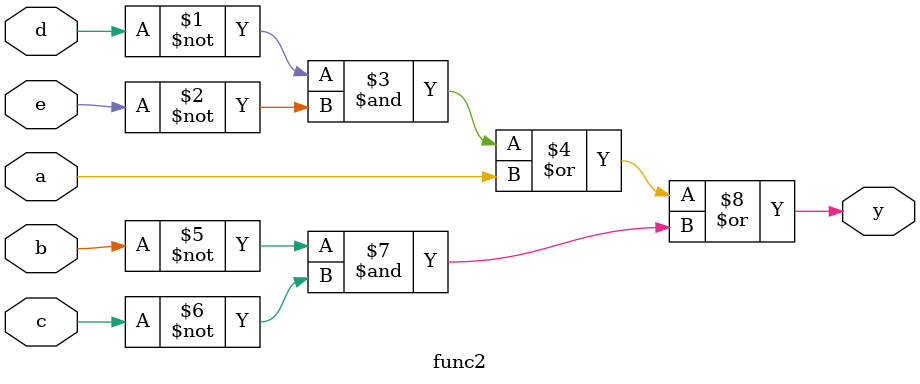
<source format=sv>
module func2(input logic a, b, c, d, e, output logic y);
    assign y = (~d & ~e) | a | (~b & ~c);
endmodule

</source>
